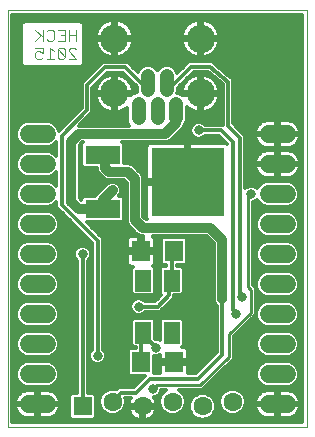
<source format=gbl>
G75*
%MOIN*%
%OFA0B0*%
%FSLAX24Y24*%
%IPPOS*%
%LPD*%
%AMOC8*
5,1,8,0,0,1.08239X$1,22.5*
%
%ADD10C,0.0000*%
%ADD11C,0.0030*%
%ADD12C,0.0476*%
%ADD13C,0.0945*%
%ADD14R,0.0630X0.0709*%
%ADD15R,0.0551X0.0748*%
%ADD16R,0.1181X0.0630*%
%ADD17R,0.2441X0.2283*%
%ADD18R,0.0630X0.0630*%
%ADD19C,0.0630*%
%ADD20C,0.0600*%
%ADD21C,0.0120*%
%ADD22C,0.0320*%
%ADD23C,0.0317*%
%ADD24C,0.0100*%
D10*
X000660Y000660D02*
X000660Y014530D01*
X010652Y014530D01*
X010652Y000660D01*
X000660Y000660D01*
D11*
X001655Y012925D02*
X001778Y012925D01*
X001840Y012987D01*
X001840Y013110D02*
X001717Y013172D01*
X001655Y013172D01*
X001593Y013110D01*
X001593Y012987D01*
X001655Y012925D01*
X001840Y013110D02*
X001840Y013295D01*
X001593Y013295D01*
X001593Y013525D02*
X001778Y013710D01*
X001840Y013648D02*
X001593Y013895D01*
X001840Y013895D02*
X001840Y013525D01*
X001961Y013587D02*
X002023Y013525D01*
X002147Y013525D01*
X002208Y013587D01*
X002208Y013834D01*
X002147Y013895D01*
X002023Y013895D01*
X001961Y013834D01*
X002330Y013895D02*
X002577Y013895D01*
X002577Y013525D01*
X002330Y013525D01*
X002453Y013710D02*
X002577Y013710D01*
X002698Y013710D02*
X002945Y013710D01*
X002945Y013525D02*
X002945Y013895D01*
X002698Y013895D02*
X002698Y013525D01*
X002760Y013295D02*
X002698Y013234D01*
X002698Y013172D01*
X002945Y012925D01*
X002698Y012925D01*
X002577Y012987D02*
X002330Y013234D01*
X002330Y012987D01*
X002392Y012925D01*
X002515Y012925D01*
X002577Y012987D01*
X002577Y013234D01*
X002515Y013295D01*
X002392Y013295D01*
X002330Y013234D01*
X002208Y013172D02*
X002085Y013295D01*
X002085Y012925D01*
X002208Y012925D02*
X001961Y012925D01*
X002760Y013295D02*
X002883Y013295D01*
X002945Y013234D01*
D12*
X005030Y011410D02*
X005030Y010934D01*
X005660Y010934D02*
X005660Y011410D01*
X005345Y011882D02*
X005345Y012358D01*
X005975Y012358D02*
X005975Y011882D01*
X006290Y011410D02*
X006290Y010934D01*
D13*
X007097Y011764D03*
X007097Y013595D03*
X004223Y013595D03*
X004223Y011764D03*
D14*
X005109Y006510D03*
X006211Y006510D03*
X006211Y002810D03*
X005109Y002810D03*
D15*
X005188Y003794D03*
X006132Y003794D03*
X006132Y005526D03*
X005188Y005526D03*
D16*
X003835Y007910D03*
X003835Y009710D03*
D17*
X006662Y008810D03*
D18*
X003160Y001330D03*
D19*
X004160Y001490D03*
X005160Y001330D03*
X006160Y001490D03*
X007160Y001330D03*
X008160Y001490D03*
D20*
X009360Y001410D02*
X009960Y001410D01*
X009960Y002410D02*
X009360Y002410D01*
X009360Y003410D02*
X009960Y003410D01*
X009960Y004410D02*
X009360Y004410D01*
X009360Y005410D02*
X009960Y005410D01*
X009960Y006410D02*
X009360Y006410D01*
X009360Y007410D02*
X009960Y007410D01*
X009960Y008410D02*
X009360Y008410D01*
X009360Y009410D02*
X009960Y009410D01*
X009960Y010410D02*
X009360Y010410D01*
X001960Y010410D02*
X001360Y010410D01*
X001360Y009410D02*
X001960Y009410D01*
X001960Y008410D02*
X001360Y008410D01*
X001360Y007410D02*
X001960Y007410D01*
X001960Y006410D02*
X001360Y006410D01*
X001360Y005410D02*
X001960Y005410D01*
X001960Y004410D02*
X001360Y004410D01*
X001360Y003410D02*
X001960Y003410D01*
X001960Y002410D02*
X001360Y002410D01*
X001360Y001410D02*
X001960Y001410D01*
D21*
X001700Y001371D02*
X002725Y001371D01*
X002725Y001253D02*
X002392Y001253D01*
X002386Y001233D02*
X002409Y001302D01*
X002419Y001370D01*
X001700Y001370D01*
X001700Y001450D01*
X001620Y001450D01*
X001620Y001870D01*
X001324Y001870D01*
X001252Y001859D01*
X001183Y001836D01*
X001119Y001803D01*
X001060Y001761D01*
X001009Y001710D01*
X000967Y001651D01*
X000934Y001587D01*
X000911Y001518D01*
X000901Y001450D01*
X001620Y001450D01*
X001620Y001370D01*
X001700Y001370D01*
X001700Y000950D01*
X001996Y000950D01*
X002068Y000961D01*
X002137Y000984D01*
X002201Y001017D01*
X002260Y001059D01*
X002311Y001110D01*
X002353Y001169D01*
X002386Y001233D01*
X002328Y001134D02*
X002725Y001134D01*
X002725Y001016D02*
X002199Y001016D01*
X002419Y001450D02*
X002409Y001518D01*
X002386Y001587D01*
X002353Y001651D01*
X002311Y001710D01*
X002260Y001761D01*
X002201Y001803D01*
X002137Y001836D01*
X002068Y001859D01*
X001996Y001870D01*
X001700Y001870D01*
X001700Y001450D01*
X002419Y001450D01*
X002413Y001490D02*
X002725Y001490D01*
X002725Y001608D02*
X002375Y001608D01*
X002294Y001727D02*
X002757Y001727D01*
X002725Y001695D02*
X002725Y000965D01*
X002795Y000895D01*
X003525Y000895D01*
X003595Y000965D01*
X003595Y001695D01*
X003525Y001765D01*
X003340Y001765D01*
X003340Y006196D01*
X003396Y006252D01*
X003438Y006355D01*
X003438Y006465D01*
X003396Y006568D01*
X003318Y006646D01*
X003215Y006688D01*
X003105Y006688D01*
X003002Y006646D01*
X002924Y006568D01*
X002882Y006465D01*
X002882Y006355D01*
X002924Y006252D01*
X002980Y006196D01*
X002980Y001765D01*
X002795Y001765D01*
X002725Y001695D01*
X002980Y001845D02*
X002110Y001845D01*
X002044Y001990D02*
X002198Y002054D01*
X002316Y002172D01*
X002380Y002326D01*
X002380Y002494D01*
X002316Y002648D01*
X002198Y002766D01*
X002044Y002830D01*
X001276Y002830D01*
X001122Y002766D01*
X001004Y002648D01*
X000940Y002494D01*
X000940Y002326D01*
X001004Y002172D01*
X001122Y002054D01*
X001276Y001990D01*
X002044Y001990D01*
X002226Y002082D02*
X002980Y002082D01*
X002980Y001964D02*
X000820Y001964D01*
X000820Y002082D02*
X001094Y002082D01*
X000992Y002201D02*
X000820Y002201D01*
X000820Y002319D02*
X000943Y002319D01*
X000940Y002438D02*
X000820Y002438D01*
X000820Y002556D02*
X000966Y002556D01*
X001031Y002675D02*
X000820Y002675D01*
X000820Y002793D02*
X001187Y002793D01*
X001276Y002990D02*
X001122Y003054D01*
X001004Y003172D01*
X000940Y003326D01*
X000940Y003494D01*
X001004Y003648D01*
X001122Y003766D01*
X001276Y003830D01*
X002044Y003830D01*
X002198Y003766D01*
X002316Y003648D01*
X002380Y003494D01*
X002380Y003326D01*
X002316Y003172D01*
X002198Y003054D01*
X002044Y002990D01*
X001276Y002990D01*
X001180Y003030D02*
X000820Y003030D01*
X000820Y002912D02*
X002980Y002912D01*
X002980Y003030D02*
X002140Y003030D01*
X002133Y002793D02*
X002980Y002793D01*
X002980Y002675D02*
X002289Y002675D01*
X002354Y002556D02*
X002980Y002556D01*
X002980Y002438D02*
X002380Y002438D01*
X002377Y002319D02*
X002980Y002319D01*
X002980Y002201D02*
X002328Y002201D01*
X001700Y001845D02*
X001620Y001845D01*
X001620Y001727D02*
X001700Y001727D01*
X001700Y001608D02*
X001620Y001608D01*
X001620Y001490D02*
X001700Y001490D01*
X001620Y001371D02*
X000820Y001371D01*
X000901Y001370D02*
X000911Y001302D01*
X000934Y001233D01*
X000967Y001169D01*
X001009Y001110D01*
X001060Y001059D01*
X001119Y001017D01*
X001183Y000984D01*
X001252Y000961D01*
X001324Y000950D01*
X001620Y000950D01*
X001620Y001370D01*
X000901Y001370D01*
X000907Y001490D02*
X000820Y001490D01*
X000820Y001608D02*
X000945Y001608D01*
X001026Y001727D02*
X000820Y001727D01*
X000820Y001845D02*
X001210Y001845D01*
X000928Y001253D02*
X000820Y001253D01*
X000820Y001134D02*
X000992Y001134D01*
X001121Y001016D02*
X000820Y001016D01*
X000820Y000897D02*
X002793Y000897D01*
X003160Y001330D02*
X003160Y006410D01*
X002947Y006230D02*
X002340Y006230D01*
X002316Y006172D02*
X002380Y006326D01*
X002380Y006494D01*
X002316Y006648D01*
X002198Y006766D01*
X002044Y006830D01*
X001276Y006830D01*
X001122Y006766D01*
X001004Y006648D01*
X000940Y006494D01*
X000940Y006326D01*
X001004Y006172D01*
X001122Y006054D01*
X001276Y005990D01*
X002044Y005990D01*
X002198Y006054D01*
X002316Y006172D01*
X002255Y006111D02*
X002980Y006111D01*
X002980Y005993D02*
X002050Y005993D01*
X002044Y005830D02*
X002198Y005766D01*
X002316Y005648D01*
X002380Y005494D01*
X002380Y005326D01*
X002316Y005172D01*
X002198Y005054D01*
X002044Y004990D01*
X001276Y004990D01*
X001122Y005054D01*
X001004Y005172D01*
X000940Y005326D01*
X000940Y005494D01*
X001004Y005648D01*
X001122Y005766D01*
X001276Y005830D01*
X002044Y005830D01*
X002208Y005756D02*
X002980Y005756D01*
X002980Y005874D02*
X000820Y005874D01*
X000820Y005756D02*
X001112Y005756D01*
X000999Y005637D02*
X000820Y005637D01*
X000820Y005519D02*
X000950Y005519D01*
X000940Y005400D02*
X000820Y005400D01*
X000820Y005282D02*
X000959Y005282D01*
X001013Y005163D02*
X000820Y005163D01*
X000820Y005045D02*
X001145Y005045D01*
X001222Y004808D02*
X000820Y004808D01*
X000820Y004926D02*
X002980Y004926D01*
X002980Y004808D02*
X002098Y004808D01*
X002044Y004830D02*
X002198Y004766D01*
X002316Y004648D01*
X002380Y004494D01*
X002380Y004326D01*
X002316Y004172D01*
X002198Y004054D01*
X002044Y003990D01*
X001276Y003990D01*
X001122Y004054D01*
X001004Y004172D01*
X000940Y004326D01*
X000940Y004494D01*
X001004Y004648D01*
X001122Y004766D01*
X001276Y004830D01*
X002044Y004830D01*
X002175Y005045D02*
X002980Y005045D01*
X002980Y005163D02*
X002307Y005163D01*
X002361Y005282D02*
X002980Y005282D01*
X002980Y005400D02*
X002380Y005400D01*
X002370Y005519D02*
X002980Y005519D01*
X002980Y005637D02*
X002321Y005637D01*
X002380Y006348D02*
X002884Y006348D01*
X002882Y006467D02*
X002380Y006467D01*
X002342Y006585D02*
X002941Y006585D01*
X003379Y006585D02*
X003480Y006585D01*
X003480Y006467D02*
X003438Y006467D01*
X003436Y006348D02*
X003480Y006348D01*
X003480Y006230D02*
X003373Y006230D01*
X003340Y006111D02*
X003480Y006111D01*
X003480Y005993D02*
X003340Y005993D01*
X003340Y005874D02*
X003480Y005874D01*
X003480Y005756D02*
X003340Y005756D01*
X003340Y005637D02*
X003480Y005637D01*
X003480Y005519D02*
X003340Y005519D01*
X003340Y005400D02*
X003480Y005400D01*
X003480Y005282D02*
X003340Y005282D01*
X003340Y005163D02*
X003480Y005163D01*
X003480Y005045D02*
X003340Y005045D01*
X003340Y004926D02*
X003480Y004926D01*
X003480Y004808D02*
X003340Y004808D01*
X003340Y004689D02*
X003480Y004689D01*
X003480Y004571D02*
X003340Y004571D01*
X003340Y004452D02*
X003480Y004452D01*
X003480Y004334D02*
X003340Y004334D01*
X003340Y004215D02*
X003480Y004215D01*
X003480Y004097D02*
X003340Y004097D01*
X003340Y003978D02*
X003480Y003978D01*
X003480Y003860D02*
X003340Y003860D01*
X003340Y003741D02*
X003480Y003741D01*
X003480Y003623D02*
X003340Y003623D01*
X003340Y003504D02*
X003480Y003504D01*
X003480Y003386D02*
X003340Y003386D01*
X003340Y003267D02*
X003480Y003267D01*
X003480Y003224D02*
X003424Y003168D01*
X003382Y003065D01*
X003382Y002955D01*
X003424Y002852D01*
X003502Y002774D01*
X003605Y002732D01*
X003715Y002732D01*
X003818Y002774D01*
X003896Y002852D01*
X003938Y002955D01*
X003938Y003065D01*
X003896Y003168D01*
X003840Y003224D01*
X003840Y006935D01*
X003299Y007475D01*
X004475Y007475D01*
X004546Y007546D01*
X004546Y008275D01*
X004475Y008345D01*
X004366Y008345D01*
X004397Y008376D01*
X004440Y008479D01*
X004440Y008591D01*
X004397Y008694D01*
X004319Y008772D01*
X004216Y008815D01*
X004104Y008815D01*
X004001Y008772D01*
X003598Y008369D01*
X003588Y008345D01*
X003195Y008345D01*
X003124Y008275D01*
X003124Y008217D01*
X003065Y008276D01*
X003065Y010044D01*
X003151Y010130D01*
X003180Y010130D01*
X003124Y010074D01*
X003124Y009345D01*
X003195Y009275D01*
X003630Y009275D01*
X003630Y009229D01*
X003673Y009126D01*
X003798Y009001D01*
X003876Y008923D01*
X003979Y008880D01*
X004544Y008880D01*
X004630Y008794D01*
X004630Y007479D01*
X004673Y007376D01*
X004923Y007126D01*
X005001Y007048D01*
X005104Y007005D01*
X005169Y007005D01*
X005169Y006570D01*
X005584Y006570D01*
X005584Y006885D01*
X005573Y006926D01*
X005552Y006963D01*
X005522Y006992D01*
X005500Y007005D01*
X007294Y007005D01*
X007530Y006769D01*
X007530Y004854D01*
X007573Y004751D01*
X007630Y004694D01*
X007630Y003135D01*
X006935Y002440D01*
X006686Y002440D01*
X006686Y002750D01*
X006271Y002750D01*
X006271Y002870D01*
X006686Y002870D01*
X006686Y003185D01*
X006675Y003226D01*
X006654Y003263D01*
X006624Y003292D01*
X006588Y003313D01*
X006547Y003324D01*
X006482Y003324D01*
X006528Y003370D01*
X006528Y004218D01*
X006458Y004288D01*
X005807Y004288D01*
X005737Y004218D01*
X005737Y003534D01*
X005665Y003563D01*
X005603Y003563D01*
X005583Y003585D01*
X005583Y004218D01*
X005513Y004288D01*
X004862Y004288D01*
X004792Y004218D01*
X004792Y003370D01*
X004862Y003300D01*
X004929Y003300D01*
X004929Y003284D01*
X004744Y003284D01*
X004674Y003214D01*
X004674Y002406D01*
X004744Y002336D01*
X005231Y002336D01*
X005230Y002335D01*
X004860Y001965D01*
X004380Y001965D01*
X004313Y001897D01*
X004247Y001925D01*
X004073Y001925D01*
X003914Y001859D01*
X003791Y001736D01*
X003725Y001577D01*
X003725Y001403D01*
X003791Y001244D01*
X003914Y001121D01*
X004073Y001055D01*
X004247Y001055D01*
X004406Y001121D01*
X004529Y001244D01*
X004595Y001403D01*
X004595Y001577D01*
X004583Y001605D01*
X004773Y001605D01*
X004754Y001579D01*
X004720Y001512D01*
X004697Y001441D01*
X004686Y001375D01*
X005115Y001375D01*
X005115Y001285D01*
X005205Y001285D01*
X005205Y001375D01*
X005634Y001375D01*
X005623Y001441D01*
X005600Y001512D01*
X005566Y001579D01*
X005528Y001632D01*
X005565Y001632D01*
X005668Y001674D01*
X005746Y001752D01*
X005788Y001855D01*
X005788Y001865D01*
X005929Y001865D01*
X005914Y001859D01*
X005791Y001736D01*
X005725Y001577D01*
X005725Y001403D01*
X005791Y001244D01*
X005914Y001121D01*
X006073Y001055D01*
X006247Y001055D01*
X006406Y001121D01*
X006529Y001244D01*
X006595Y001403D01*
X006595Y001577D01*
X006529Y001736D01*
X006406Y001859D01*
X006391Y001865D01*
X007155Y001865D01*
X007255Y001965D01*
X008105Y002815D01*
X008205Y002915D01*
X008205Y003665D01*
X008930Y004390D01*
X008930Y005280D01*
X008830Y005380D01*
X008830Y008132D01*
X008840Y008132D01*
X008943Y008174D01*
X008985Y008217D01*
X009004Y008172D01*
X009122Y008054D01*
X009276Y007990D01*
X010044Y007990D01*
X010198Y008054D01*
X010316Y008172D01*
X010380Y008326D01*
X010380Y008494D01*
X010316Y008648D01*
X010198Y008766D01*
X010044Y008830D01*
X009276Y008830D01*
X009122Y008766D01*
X009004Y008648D01*
X008985Y008603D01*
X008943Y008646D01*
X008840Y008688D01*
X008730Y008688D01*
X008627Y008646D01*
X008590Y008609D01*
X008590Y010360D01*
X008187Y010763D01*
X008187Y012082D01*
X008192Y012088D01*
X008187Y012155D01*
X008187Y012223D01*
X008181Y012228D01*
X008181Y012236D01*
X008129Y012280D01*
X008082Y012328D01*
X008074Y012328D01*
X007532Y012792D01*
X007485Y012840D01*
X007477Y012840D01*
X007471Y012845D01*
X007403Y012840D01*
X006710Y012840D01*
X006323Y012453D01*
X006278Y012561D01*
X006178Y012661D01*
X006046Y012716D01*
X005904Y012716D01*
X005772Y012661D01*
X005672Y012561D01*
X005660Y012533D01*
X005648Y012561D01*
X005548Y012661D01*
X005416Y012716D01*
X005274Y012716D01*
X005142Y012661D01*
X005042Y012561D01*
X005004Y012470D01*
X004660Y012815D01*
X003835Y012815D01*
X003130Y012110D01*
X003130Y011285D01*
X002368Y010523D01*
X002316Y010648D01*
X002198Y010766D01*
X002044Y010830D01*
X001276Y010830D01*
X001122Y010766D01*
X001004Y010648D01*
X000940Y010494D01*
X000940Y010326D01*
X001004Y010172D01*
X001122Y010054D01*
X001276Y009990D01*
X002044Y009990D01*
X002198Y010054D01*
X002280Y010136D01*
X002280Y009684D01*
X002198Y009766D01*
X002044Y009830D01*
X001276Y009830D01*
X001122Y009766D01*
X001004Y009648D01*
X000940Y009494D01*
X000940Y009326D01*
X001004Y009172D01*
X001122Y009054D01*
X001276Y008990D01*
X002044Y008990D01*
X002198Y009054D01*
X002280Y009136D01*
X002280Y008684D01*
X002198Y008766D01*
X002044Y008830D01*
X001276Y008830D01*
X001122Y008766D01*
X001004Y008648D01*
X000940Y008494D01*
X000940Y008326D01*
X001004Y008172D01*
X001122Y008054D01*
X001276Y007990D01*
X002044Y007990D01*
X002198Y008054D01*
X002280Y008136D01*
X002280Y007985D01*
X002385Y007880D01*
X003480Y006785D01*
X003480Y003224D01*
X003416Y003149D02*
X003340Y003149D01*
X003340Y003030D02*
X003382Y003030D01*
X003399Y002912D02*
X003340Y002912D01*
X003340Y002793D02*
X003483Y002793D01*
X003340Y002675D02*
X004674Y002675D01*
X004674Y002793D02*
X003837Y002793D01*
X003921Y002912D02*
X004674Y002912D01*
X004674Y003030D02*
X003938Y003030D01*
X003904Y003149D02*
X004674Y003149D01*
X004727Y003267D02*
X003840Y003267D01*
X003840Y003386D02*
X004792Y003386D01*
X004792Y003504D02*
X003840Y003504D01*
X003840Y003623D02*
X004792Y003623D01*
X004792Y003741D02*
X003840Y003741D01*
X003840Y003860D02*
X004792Y003860D01*
X004792Y003978D02*
X003840Y003978D01*
X003840Y004097D02*
X004792Y004097D01*
X004792Y004215D02*
X003840Y004215D01*
X003840Y004334D02*
X007630Y004334D01*
X007630Y004452D02*
X005221Y004452D01*
X005249Y004480D02*
X005735Y004480D01*
X006110Y004855D01*
X006215Y004960D01*
X006215Y005032D01*
X006458Y005032D01*
X006528Y005102D01*
X006528Y005950D01*
X006458Y006020D01*
X006312Y006020D01*
X006312Y006036D01*
X006576Y006036D01*
X006646Y006106D01*
X006646Y006914D01*
X006576Y006984D01*
X005847Y006984D01*
X005776Y006914D01*
X005776Y006106D01*
X005847Y006036D01*
X005952Y006036D01*
X005952Y006020D01*
X005807Y006020D01*
X005737Y005950D01*
X005737Y005102D01*
X005792Y005047D01*
X005585Y004840D01*
X005249Y004840D01*
X005193Y004896D01*
X005090Y004938D01*
X004980Y004938D01*
X004877Y004896D01*
X004799Y004818D01*
X004757Y004715D01*
X004757Y004605D01*
X004799Y004502D01*
X004877Y004424D01*
X004980Y004382D01*
X005090Y004382D01*
X005193Y004424D01*
X005249Y004480D01*
X005035Y004660D02*
X005660Y004660D01*
X006035Y005035D01*
X006035Y005429D01*
X006132Y005526D01*
X006132Y006581D01*
X006211Y006510D01*
X005776Y006467D02*
X005169Y006467D01*
X005169Y006450D02*
X005169Y006570D01*
X005049Y006570D01*
X005049Y007024D01*
X004773Y007024D01*
X004732Y007013D01*
X004696Y006992D01*
X004666Y006963D01*
X004645Y006926D01*
X004634Y006885D01*
X004634Y006570D01*
X005049Y006570D01*
X005049Y006450D01*
X004634Y006450D01*
X004634Y006135D01*
X004645Y006094D01*
X004666Y006057D01*
X004696Y006028D01*
X004732Y006007D01*
X004773Y005996D01*
X004838Y005996D01*
X004792Y005950D01*
X004792Y005102D01*
X004862Y005032D01*
X005513Y005032D01*
X005583Y005102D01*
X005583Y005950D01*
X005513Y006020D01*
X005509Y006020D01*
X005522Y006028D01*
X005552Y006057D01*
X005573Y006094D01*
X005584Y006135D01*
X005584Y006450D01*
X005169Y006450D01*
X005049Y006467D02*
X003840Y006467D01*
X003840Y006585D02*
X004634Y006585D01*
X004634Y006704D02*
X003840Y006704D01*
X003840Y006822D02*
X004634Y006822D01*
X004653Y006941D02*
X003834Y006941D01*
X003716Y007059D02*
X004990Y007059D01*
X005049Y006941D02*
X005169Y006941D01*
X005169Y006822D02*
X005049Y006822D01*
X005049Y006704D02*
X005169Y006704D01*
X005169Y006585D02*
X005049Y006585D01*
X004835Y005993D02*
X003840Y005993D01*
X003840Y006111D02*
X004640Y006111D01*
X004634Y006230D02*
X003840Y006230D01*
X003840Y006348D02*
X004634Y006348D01*
X004792Y005874D02*
X003840Y005874D01*
X003840Y005756D02*
X004792Y005756D01*
X004792Y005637D02*
X003840Y005637D01*
X003840Y005519D02*
X004792Y005519D01*
X004792Y005400D02*
X003840Y005400D01*
X003840Y005282D02*
X004792Y005282D01*
X004792Y005163D02*
X003840Y005163D01*
X003840Y005045D02*
X004850Y005045D01*
X004950Y004926D02*
X003840Y004926D01*
X003840Y004808D02*
X004795Y004808D01*
X004757Y004689D02*
X003840Y004689D01*
X003840Y004571D02*
X004771Y004571D01*
X004849Y004452D02*
X003840Y004452D01*
X002980Y004452D02*
X002380Y004452D01*
X002380Y004334D02*
X002980Y004334D01*
X002980Y004215D02*
X002334Y004215D01*
X002240Y004097D02*
X002980Y004097D01*
X002980Y003978D02*
X000820Y003978D01*
X000820Y003860D02*
X002980Y003860D01*
X002980Y003741D02*
X002223Y003741D01*
X002327Y003623D02*
X002980Y003623D01*
X002980Y003504D02*
X002376Y003504D01*
X002380Y003386D02*
X002980Y003386D01*
X002980Y003267D02*
X002355Y003267D01*
X002292Y003149D02*
X002980Y003149D01*
X003340Y002556D02*
X004674Y002556D01*
X004674Y002438D02*
X003340Y002438D01*
X003340Y002319D02*
X005214Y002319D01*
X005096Y002201D02*
X003340Y002201D01*
X003340Y002082D02*
X004977Y002082D01*
X004935Y001785D02*
X005410Y002260D01*
X007010Y002260D01*
X007810Y003060D01*
X007810Y004910D01*
X007549Y004808D02*
X006062Y004808D01*
X006181Y004926D02*
X007530Y004926D01*
X007530Y005045D02*
X006470Y005045D01*
X006528Y005163D02*
X007530Y005163D01*
X007530Y005282D02*
X006528Y005282D01*
X006528Y005400D02*
X007530Y005400D01*
X007530Y005519D02*
X006528Y005519D01*
X006528Y005637D02*
X007530Y005637D01*
X007530Y005756D02*
X006528Y005756D01*
X006528Y005874D02*
X007530Y005874D01*
X007530Y005993D02*
X006485Y005993D01*
X006646Y006111D02*
X007530Y006111D01*
X007530Y006230D02*
X006646Y006230D01*
X006646Y006348D02*
X007530Y006348D01*
X007530Y006467D02*
X006646Y006467D01*
X006646Y006585D02*
X007530Y006585D01*
X007530Y006704D02*
X006646Y006704D01*
X006646Y006822D02*
X007477Y006822D01*
X007359Y006941D02*
X006620Y006941D01*
X005803Y006941D02*
X005565Y006941D01*
X005584Y006822D02*
X005776Y006822D01*
X005776Y006704D02*
X005584Y006704D01*
X005584Y006585D02*
X005776Y006585D01*
X005776Y006348D02*
X005584Y006348D01*
X005584Y006230D02*
X005776Y006230D01*
X005776Y006111D02*
X005577Y006111D01*
X005540Y005993D02*
X005779Y005993D01*
X005737Y005874D02*
X005583Y005874D01*
X005583Y005756D02*
X005737Y005756D01*
X005737Y005637D02*
X005583Y005637D01*
X005583Y005519D02*
X005737Y005519D01*
X005737Y005400D02*
X005583Y005400D01*
X005583Y005282D02*
X005737Y005282D01*
X005737Y005163D02*
X005583Y005163D01*
X005525Y005045D02*
X005790Y005045D01*
X005671Y004926D02*
X005120Y004926D01*
X005583Y004215D02*
X005737Y004215D01*
X005737Y004097D02*
X005583Y004097D01*
X005583Y003978D02*
X005737Y003978D01*
X005737Y003860D02*
X005583Y003860D01*
X005583Y003741D02*
X005737Y003741D01*
X005737Y003623D02*
X005583Y003623D01*
X005610Y003285D02*
X005188Y003757D01*
X005188Y003794D01*
X005109Y003715D01*
X005109Y002810D01*
X005544Y002793D02*
X006151Y002793D01*
X006151Y002750D02*
X006151Y002870D01*
X005736Y002870D01*
X005736Y003036D01*
X005665Y003007D01*
X005555Y003007D01*
X005544Y003011D01*
X005544Y002440D01*
X005736Y002440D01*
X005736Y002750D01*
X006151Y002750D01*
X006271Y002793D02*
X007288Y002793D01*
X007170Y002675D02*
X006686Y002675D01*
X006686Y002556D02*
X007051Y002556D01*
X007407Y002912D02*
X006686Y002912D01*
X006686Y003030D02*
X007525Y003030D01*
X007630Y003149D02*
X006686Y003149D01*
X006650Y003267D02*
X007630Y003267D01*
X007630Y003386D02*
X006528Y003386D01*
X006528Y003504D02*
X007630Y003504D01*
X007630Y003623D02*
X006528Y003623D01*
X006528Y003741D02*
X007630Y003741D01*
X007630Y003860D02*
X006528Y003860D01*
X006528Y003978D02*
X007630Y003978D01*
X007630Y004097D02*
X006528Y004097D01*
X006528Y004215D02*
X007630Y004215D01*
X007630Y004571D02*
X005825Y004571D01*
X005944Y004689D02*
X007630Y004689D01*
X008160Y004535D02*
X008160Y010160D01*
X007785Y010535D01*
X007035Y010535D01*
X007249Y010355D02*
X007193Y010299D01*
X007090Y010257D01*
X006980Y010257D01*
X006877Y010299D01*
X006799Y010377D01*
X006273Y010377D01*
X006154Y010259D02*
X006975Y010259D01*
X007095Y010259D02*
X007807Y010259D01*
X007710Y010355D02*
X007980Y010085D01*
X007980Y010080D01*
X007944Y010101D01*
X007903Y010112D01*
X006722Y010112D01*
X006722Y008870D01*
X006602Y008870D01*
X006602Y010112D01*
X005420Y010112D01*
X005380Y010101D01*
X005343Y010080D01*
X005313Y010050D01*
X005292Y010013D01*
X005281Y009973D01*
X005281Y008870D01*
X006602Y008870D01*
X006602Y008750D01*
X005281Y008750D01*
X005281Y007647D01*
X005292Y007607D01*
X005313Y007570D01*
X005318Y007565D01*
X005276Y007565D01*
X005190Y007651D01*
X005190Y008966D01*
X005147Y009069D01*
X005069Y009147D01*
X004819Y009397D01*
X004716Y009440D01*
X004546Y009440D01*
X004546Y010074D01*
X004490Y010130D01*
X005966Y010130D01*
X006069Y010173D01*
X006147Y010251D01*
X006527Y010631D01*
X006552Y010690D01*
X006593Y010732D01*
X006648Y010863D01*
X006648Y011319D01*
X006685Y011282D01*
X006766Y011223D01*
X006854Y011178D01*
X006949Y011147D01*
X007037Y011134D01*
X007037Y011704D01*
X007157Y011704D01*
X007157Y011134D01*
X007245Y011147D01*
X007340Y011178D01*
X007428Y011223D01*
X007509Y011282D01*
X007579Y011352D01*
X007638Y011433D01*
X007683Y011522D01*
X007714Y011616D01*
X007728Y011704D01*
X007157Y011704D01*
X007157Y011824D01*
X007728Y011824D01*
X007714Y011912D01*
X007683Y012007D01*
X007638Y012096D01*
X007579Y012176D01*
X007509Y012247D01*
X007428Y012305D01*
X007340Y012350D01*
X007245Y012381D01*
X007157Y012395D01*
X007157Y011824D01*
X007037Y011824D01*
X007037Y011704D01*
X006502Y011704D01*
X006493Y011713D01*
X006361Y011768D01*
X006315Y011768D01*
X006333Y011811D01*
X006333Y011953D01*
X006860Y012480D01*
X007343Y012480D01*
X007827Y012065D01*
X007827Y010715D01*
X007249Y010715D01*
X007193Y010771D01*
X007090Y010813D01*
X006980Y010813D01*
X006877Y010771D01*
X006799Y010693D01*
X006757Y010590D01*
X006757Y010480D01*
X006799Y010377D01*
X006757Y010496D02*
X006391Y010496D01*
X006510Y010614D02*
X006766Y010614D01*
X006839Y010733D02*
X006594Y010733D01*
X006643Y010851D02*
X007827Y010851D01*
X007827Y010733D02*
X007231Y010733D01*
X007249Y010355D02*
X007710Y010355D01*
X007925Y010140D02*
X005990Y010140D01*
X006602Y010022D02*
X006722Y010022D01*
X006722Y009903D02*
X006602Y009903D01*
X006602Y009785D02*
X006722Y009785D01*
X006722Y009666D02*
X006602Y009666D01*
X006602Y009548D02*
X006722Y009548D01*
X006722Y009429D02*
X006602Y009429D01*
X006602Y009311D02*
X006722Y009311D01*
X006722Y009192D02*
X006602Y009192D01*
X006602Y009074D02*
X006722Y009074D01*
X006722Y008955D02*
X006602Y008955D01*
X006602Y008837D02*
X005190Y008837D01*
X005190Y008955D02*
X005281Y008955D01*
X005281Y009074D02*
X005142Y009074D01*
X005024Y009192D02*
X005281Y009192D01*
X005281Y009311D02*
X004905Y009311D01*
X004742Y009429D02*
X005281Y009429D01*
X005281Y009548D02*
X004546Y009548D01*
X004546Y009666D02*
X005281Y009666D01*
X005281Y009785D02*
X004546Y009785D01*
X004546Y009903D02*
X005281Y009903D01*
X005297Y010022D02*
X004546Y010022D01*
X004715Y010690D02*
X003045Y010690D01*
X003385Y011030D01*
X003490Y011135D01*
X003490Y011960D01*
X003985Y012455D01*
X004510Y012455D01*
X004987Y011978D01*
X004987Y011811D01*
X004989Y011807D01*
X004914Y011793D01*
X004842Y011763D01*
X004776Y011719D01*
X004762Y011704D01*
X004283Y011704D01*
X004283Y011134D01*
X004371Y011147D01*
X004466Y011178D01*
X004554Y011223D01*
X004632Y011280D01*
X004632Y010895D01*
X004648Y010818D01*
X004678Y010746D01*
X004715Y010690D01*
X004687Y010733D02*
X003087Y010733D01*
X003206Y010851D02*
X004641Y010851D01*
X004632Y010970D02*
X003324Y010970D01*
X003443Y011088D02*
X004632Y011088D01*
X004632Y011207D02*
X004521Y011207D01*
X004283Y011207D02*
X004163Y011207D01*
X004163Y011134D02*
X004075Y011147D01*
X003980Y011178D01*
X003892Y011223D01*
X003811Y011282D01*
X003741Y011352D01*
X003682Y011433D01*
X003637Y011522D01*
X003606Y011616D01*
X003592Y011704D01*
X004163Y011704D01*
X004283Y011704D01*
X004283Y011824D01*
X004854Y011824D01*
X004840Y011912D01*
X004809Y012007D01*
X004764Y012096D01*
X004705Y012176D01*
X004635Y012247D01*
X004554Y012305D01*
X004466Y012350D01*
X004371Y012381D01*
X004283Y012395D01*
X004283Y011824D01*
X004163Y011824D01*
X004163Y011704D01*
X004163Y011134D01*
X004163Y011325D02*
X004283Y011325D01*
X004283Y011444D02*
X004163Y011444D01*
X004163Y011562D02*
X004283Y011562D01*
X004283Y011681D02*
X004163Y011681D01*
X004163Y011799D02*
X003490Y011799D01*
X003592Y011824D02*
X004163Y011824D01*
X004163Y012395D01*
X004075Y012381D01*
X003980Y012350D01*
X003892Y012305D01*
X003811Y012247D01*
X003741Y012176D01*
X003682Y012096D01*
X003637Y012007D01*
X003606Y011912D01*
X003592Y011824D01*
X003608Y011918D02*
X003490Y011918D01*
X003566Y012036D02*
X003652Y012036D01*
X003684Y012155D02*
X003725Y012155D01*
X003803Y012273D02*
X003847Y012273D01*
X003921Y012392D02*
X004140Y012392D01*
X004163Y012392D02*
X004283Y012392D01*
X004306Y012392D02*
X004574Y012392D01*
X004599Y012273D02*
X004692Y012273D01*
X004721Y012155D02*
X004811Y012155D01*
X004794Y012036D02*
X004929Y012036D01*
X004987Y011918D02*
X004838Y011918D01*
X004947Y011799D02*
X004283Y011799D01*
X004283Y011918D02*
X004163Y011918D01*
X004163Y012036D02*
X004283Y012036D01*
X004283Y012155D02*
X004163Y012155D01*
X004163Y012273D02*
X004283Y012273D01*
X004585Y012635D02*
X003910Y012635D01*
X003310Y012035D01*
X003310Y011210D01*
X002460Y010360D01*
X002460Y008060D01*
X003660Y006860D01*
X003660Y003010D01*
X003340Y001964D02*
X004379Y001964D01*
X004455Y001785D02*
X004935Y001785D01*
X004712Y001490D02*
X004595Y001490D01*
X004582Y001371D02*
X005115Y001371D01*
X005115Y001285D02*
X004686Y001285D01*
X004697Y001219D01*
X004720Y001148D01*
X004754Y001081D01*
X004798Y001021D01*
X004851Y000968D01*
X004911Y000924D01*
X004978Y000890D01*
X005049Y000867D01*
X005115Y000856D01*
X005115Y001285D01*
X005115Y001253D02*
X005205Y001253D01*
X005205Y001285D02*
X005205Y000856D01*
X005271Y000867D01*
X005342Y000890D01*
X005409Y000924D01*
X005469Y000968D01*
X005522Y001021D01*
X005566Y001081D01*
X005600Y001148D01*
X005623Y001219D01*
X005634Y001285D01*
X005205Y001285D01*
X005205Y001371D02*
X005738Y001371D01*
X005725Y001490D02*
X005608Y001490D01*
X005545Y001608D02*
X005738Y001608D01*
X005720Y001727D02*
X005787Y001727D01*
X005784Y001845D02*
X005900Y001845D01*
X006420Y001845D02*
X007900Y001845D01*
X007914Y001859D02*
X007791Y001736D01*
X007725Y001577D01*
X007725Y001403D01*
X007791Y001244D01*
X007914Y001121D01*
X008073Y001055D01*
X008247Y001055D01*
X008406Y001121D01*
X008529Y001244D01*
X008595Y001403D01*
X008595Y001577D01*
X008529Y001736D01*
X008406Y001859D01*
X008247Y001925D01*
X008073Y001925D01*
X007914Y001859D01*
X007787Y001727D02*
X007339Y001727D01*
X007406Y001699D02*
X007247Y001765D01*
X007073Y001765D01*
X006914Y001699D01*
X006791Y001576D01*
X006725Y001417D01*
X006725Y001243D01*
X006791Y001084D01*
X006914Y000961D01*
X007073Y000895D01*
X007247Y000895D01*
X007406Y000961D01*
X007529Y001084D01*
X007595Y001243D01*
X007595Y001417D01*
X007529Y001576D01*
X007406Y001699D01*
X007497Y001608D02*
X007738Y001608D01*
X007725Y001490D02*
X007565Y001490D01*
X007595Y001371D02*
X007738Y001371D01*
X007788Y001253D02*
X007595Y001253D01*
X007550Y001134D02*
X007901Y001134D01*
X007461Y001016D02*
X009121Y001016D01*
X009119Y001017D02*
X009183Y000984D01*
X009252Y000961D01*
X009324Y000950D01*
X009620Y000950D01*
X009620Y001370D01*
X009700Y001370D01*
X009700Y001450D01*
X009620Y001450D01*
X009620Y001870D01*
X009324Y001870D01*
X009252Y001859D01*
X009183Y001836D01*
X009119Y001803D01*
X009060Y001761D01*
X009009Y001710D01*
X008967Y001651D01*
X008934Y001587D01*
X008911Y001518D01*
X008901Y001450D01*
X009620Y001450D01*
X009620Y001370D01*
X008901Y001370D01*
X008911Y001302D01*
X008934Y001233D01*
X008967Y001169D01*
X009009Y001110D01*
X009060Y001059D01*
X009119Y001017D01*
X008992Y001134D02*
X008419Y001134D01*
X008532Y001253D02*
X008928Y001253D01*
X008907Y001490D02*
X008595Y001490D01*
X008582Y001608D02*
X008945Y001608D01*
X009026Y001727D02*
X008533Y001727D01*
X008420Y001845D02*
X009210Y001845D01*
X009276Y001990D02*
X010044Y001990D01*
X010198Y002054D01*
X010316Y002172D01*
X010380Y002326D01*
X010380Y002494D01*
X010316Y002648D01*
X010198Y002766D01*
X010044Y002830D01*
X009276Y002830D01*
X009122Y002766D01*
X009004Y002648D01*
X008940Y002494D01*
X008940Y002326D01*
X009004Y002172D01*
X009122Y002054D01*
X009276Y001990D01*
X009094Y002082D02*
X007372Y002082D01*
X007255Y001965D02*
X007255Y001965D01*
X007254Y001964D02*
X010492Y001964D01*
X010492Y002082D02*
X010226Y002082D01*
X010328Y002201D02*
X010492Y002201D01*
X010492Y002319D02*
X010377Y002319D01*
X010380Y002438D02*
X010492Y002438D01*
X010492Y002556D02*
X010354Y002556D01*
X010289Y002675D02*
X010492Y002675D01*
X010492Y002793D02*
X010133Y002793D01*
X010044Y002990D02*
X010198Y003054D01*
X010316Y003172D01*
X010380Y003326D01*
X010380Y003494D01*
X010316Y003648D01*
X010198Y003766D01*
X010044Y003830D01*
X009276Y003830D01*
X009122Y003766D01*
X009004Y003648D01*
X008940Y003494D01*
X008940Y003326D01*
X009004Y003172D01*
X009122Y003054D01*
X009276Y002990D01*
X010044Y002990D01*
X010140Y003030D02*
X010492Y003030D01*
X010492Y002912D02*
X008202Y002912D01*
X008205Y003030D02*
X009180Y003030D01*
X009187Y002793D02*
X008083Y002793D01*
X007965Y002675D02*
X009031Y002675D01*
X008966Y002556D02*
X007846Y002556D01*
X007728Y002438D02*
X008940Y002438D01*
X008943Y002319D02*
X007609Y002319D01*
X007491Y002201D02*
X008992Y002201D01*
X009620Y001845D02*
X009700Y001845D01*
X009700Y001870D02*
X009700Y001450D01*
X010419Y001450D01*
X010409Y001518D01*
X010386Y001587D01*
X010353Y001651D01*
X010311Y001710D01*
X010260Y001761D01*
X010201Y001803D01*
X010137Y001836D01*
X010068Y001859D01*
X009996Y001870D01*
X009700Y001870D01*
X009700Y001727D02*
X009620Y001727D01*
X009620Y001608D02*
X009700Y001608D01*
X009700Y001490D02*
X009620Y001490D01*
X009620Y001371D02*
X008582Y001371D01*
X009620Y001253D02*
X009700Y001253D01*
X009700Y001370D02*
X009700Y000950D01*
X009996Y000950D01*
X010068Y000961D01*
X010137Y000984D01*
X010201Y001017D01*
X010260Y001059D01*
X010311Y001110D01*
X010353Y001169D01*
X010386Y001233D01*
X010409Y001302D01*
X010419Y001370D01*
X009700Y001370D01*
X009700Y001371D02*
X010492Y001371D01*
X010492Y001253D02*
X010392Y001253D01*
X010328Y001134D02*
X010492Y001134D01*
X010492Y001016D02*
X010199Y001016D01*
X010492Y000897D02*
X007251Y000897D01*
X007069Y000897D02*
X005356Y000897D01*
X005517Y001016D02*
X006859Y001016D01*
X006770Y001134D02*
X006419Y001134D01*
X006532Y001253D02*
X006725Y001253D01*
X006725Y001371D02*
X006582Y001371D01*
X006595Y001490D02*
X006755Y001490D01*
X006823Y001608D02*
X006582Y001608D01*
X006533Y001727D02*
X006981Y001727D01*
X005901Y001134D02*
X005593Y001134D01*
X005629Y001253D02*
X005788Y001253D01*
X005205Y001134D02*
X005115Y001134D01*
X005115Y001016D02*
X005205Y001016D01*
X005205Y000897D02*
X005115Y000897D01*
X004964Y000897D02*
X003527Y000897D01*
X003595Y001016D02*
X004803Y001016D01*
X004727Y001134D02*
X004419Y001134D01*
X004532Y001253D02*
X004691Y001253D01*
X004160Y001490D02*
X004455Y001785D01*
X003900Y001845D02*
X003340Y001845D01*
X003563Y001727D02*
X003787Y001727D01*
X003738Y001608D02*
X003595Y001608D01*
X003595Y001490D02*
X003725Y001490D01*
X003738Y001371D02*
X003595Y001371D01*
X003595Y001253D02*
X003788Y001253D01*
X003901Y001134D02*
X003595Y001134D01*
X001700Y001134D02*
X001620Y001134D01*
X001620Y001016D02*
X001700Y001016D01*
X001700Y001253D02*
X001620Y001253D01*
X000820Y000820D02*
X000820Y014370D01*
X010492Y014370D01*
X010492Y000820D01*
X000820Y000820D01*
X000820Y003149D02*
X001028Y003149D01*
X000965Y003267D02*
X000820Y003267D01*
X000820Y003386D02*
X000940Y003386D01*
X000944Y003504D02*
X000820Y003504D01*
X000820Y003623D02*
X000993Y003623D01*
X001097Y003741D02*
X000820Y003741D01*
X000820Y004097D02*
X001080Y004097D01*
X000986Y004215D02*
X000820Y004215D01*
X000820Y004334D02*
X000940Y004334D01*
X000940Y004452D02*
X000820Y004452D01*
X000820Y004571D02*
X000972Y004571D01*
X001045Y004689D02*
X000820Y004689D01*
X000820Y005993D02*
X001270Y005993D01*
X001065Y006111D02*
X000820Y006111D01*
X000820Y006230D02*
X000980Y006230D01*
X000940Y006348D02*
X000820Y006348D01*
X000820Y006467D02*
X000940Y006467D01*
X000978Y006585D02*
X000820Y006585D01*
X000820Y006704D02*
X001060Y006704D01*
X001257Y006822D02*
X000820Y006822D01*
X000820Y006941D02*
X003325Y006941D01*
X003206Y007059D02*
X002203Y007059D01*
X002198Y007054D02*
X002316Y007172D01*
X002380Y007326D01*
X002380Y007494D01*
X002316Y007648D01*
X002198Y007766D01*
X002044Y007830D01*
X001276Y007830D01*
X001122Y007766D01*
X001004Y007648D01*
X000940Y007494D01*
X000940Y007326D01*
X001004Y007172D01*
X001122Y007054D01*
X001276Y006990D01*
X002044Y006990D01*
X002198Y007054D01*
X002318Y007178D02*
X003088Y007178D01*
X002969Y007296D02*
X002367Y007296D01*
X002380Y007415D02*
X002851Y007415D01*
X002732Y007533D02*
X002364Y007533D01*
X002312Y007652D02*
X002614Y007652D01*
X002495Y007770D02*
X002188Y007770D01*
X002377Y007889D02*
X000820Y007889D01*
X000820Y008007D02*
X001235Y008007D01*
X001051Y008126D02*
X000820Y008126D01*
X000820Y008244D02*
X000974Y008244D01*
X000940Y008363D02*
X000820Y008363D01*
X000820Y008481D02*
X000940Y008481D01*
X000984Y008600D02*
X000820Y008600D01*
X000820Y008718D02*
X001074Y008718D01*
X000820Y008837D02*
X002280Y008837D01*
X002280Y008955D02*
X000820Y008955D01*
X000820Y009074D02*
X001103Y009074D01*
X000996Y009192D02*
X000820Y009192D01*
X000820Y009311D02*
X000947Y009311D01*
X000940Y009429D02*
X000820Y009429D01*
X000820Y009548D02*
X000962Y009548D01*
X001022Y009666D02*
X000820Y009666D01*
X000820Y009785D02*
X001167Y009785D01*
X001200Y010022D02*
X000820Y010022D01*
X000820Y010140D02*
X001036Y010140D01*
X000968Y010259D02*
X000820Y010259D01*
X000820Y010377D02*
X000940Y010377D01*
X000941Y010496D02*
X000820Y010496D01*
X000820Y010614D02*
X000990Y010614D01*
X001089Y010733D02*
X000820Y010733D01*
X000820Y010851D02*
X002696Y010851D01*
X002578Y010733D02*
X002231Y010733D01*
X002330Y010614D02*
X002459Y010614D01*
X002815Y010970D02*
X000820Y010970D01*
X000820Y011088D02*
X002933Y011088D01*
X003052Y011207D02*
X000820Y011207D01*
X000820Y011325D02*
X003130Y011325D01*
X003130Y011444D02*
X000820Y011444D01*
X000820Y011562D02*
X003130Y011562D01*
X003130Y011681D02*
X000820Y011681D01*
X000820Y011799D02*
X003130Y011799D01*
X003130Y011918D02*
X000820Y011918D01*
X000820Y012036D02*
X003130Y012036D01*
X003175Y012155D02*
X000820Y012155D01*
X000820Y012273D02*
X003293Y012273D01*
X003412Y012392D02*
X000820Y012392D01*
X000820Y012510D02*
X003530Y012510D01*
X003649Y012629D02*
X000820Y012629D01*
X000820Y012747D02*
X001115Y012747D01*
X001114Y012749D02*
X001120Y012731D01*
X001129Y012714D01*
X001140Y012698D01*
X001153Y012685D01*
X001168Y012674D01*
X001185Y012665D01*
X001203Y012660D01*
X001222Y012657D01*
X003103Y012657D01*
X003121Y012660D01*
X003139Y012665D01*
X003156Y012674D01*
X003172Y012685D01*
X003185Y012698D01*
X003196Y012714D01*
X003205Y012731D01*
X003210Y012749D01*
X003213Y012767D01*
X003213Y014053D01*
X003210Y014071D01*
X003205Y014089D01*
X003196Y014106D01*
X003185Y014122D01*
X003172Y014135D01*
X003156Y014146D01*
X003139Y014155D01*
X003121Y014160D01*
X003103Y014163D01*
X001222Y014163D01*
X001203Y014160D01*
X001185Y014155D01*
X001168Y014146D01*
X001153Y014135D01*
X001140Y014122D01*
X001129Y014106D01*
X001120Y014089D01*
X001114Y014071D01*
X001111Y014053D01*
X001111Y012767D01*
X001114Y012749D01*
X001111Y012866D02*
X000820Y012866D01*
X000820Y012984D02*
X001111Y012984D01*
X001111Y013103D02*
X000820Y013103D01*
X000820Y013221D02*
X001111Y013221D01*
X001111Y013340D02*
X000820Y013340D01*
X000820Y013458D02*
X001111Y013458D01*
X001111Y013577D02*
X000820Y013577D01*
X000820Y013695D02*
X001111Y013695D01*
X001111Y013814D02*
X000820Y013814D01*
X000820Y013932D02*
X001111Y013932D01*
X001111Y014051D02*
X000820Y014051D01*
X000820Y014169D02*
X003956Y014169D01*
X003980Y014181D02*
X003892Y014136D01*
X003811Y014077D01*
X003741Y014007D01*
X003682Y013927D01*
X003637Y013838D01*
X003606Y013743D01*
X003592Y013655D01*
X004163Y013655D01*
X004163Y013535D01*
X004283Y013535D01*
X004283Y012964D01*
X004371Y012978D01*
X004466Y013009D01*
X004554Y013054D01*
X004635Y013113D01*
X004705Y013183D01*
X004764Y013264D01*
X004809Y013352D01*
X004840Y013447D01*
X004854Y013535D01*
X004283Y013535D01*
X004283Y013655D01*
X004854Y013655D01*
X004840Y013743D01*
X004809Y013838D01*
X004764Y013927D01*
X004705Y014007D01*
X004635Y014077D01*
X004554Y014136D01*
X004466Y014181D01*
X004371Y014212D01*
X004283Y014226D01*
X004283Y013655D01*
X004163Y013655D01*
X004163Y014226D01*
X004075Y014212D01*
X003980Y014181D01*
X004163Y014169D02*
X004283Y014169D01*
X004283Y014051D02*
X004163Y014051D01*
X004163Y013932D02*
X004283Y013932D01*
X004283Y013814D02*
X004163Y013814D01*
X004163Y013695D02*
X004283Y013695D01*
X004283Y013577D02*
X007037Y013577D01*
X007037Y013535D02*
X006466Y013535D01*
X006480Y013447D01*
X006511Y013352D01*
X006556Y013264D01*
X006615Y013183D01*
X006685Y013113D01*
X006766Y013054D01*
X006854Y013009D01*
X006949Y012978D01*
X007037Y012964D01*
X007037Y013535D01*
X007157Y013535D01*
X007157Y012964D01*
X007245Y012978D01*
X007340Y013009D01*
X007428Y013054D01*
X007509Y013113D01*
X007579Y013183D01*
X007638Y013264D01*
X007683Y013352D01*
X007714Y013447D01*
X007728Y013535D01*
X007157Y013535D01*
X007157Y013655D01*
X007728Y013655D01*
X007714Y013743D01*
X007683Y013838D01*
X007638Y013927D01*
X007579Y014007D01*
X007509Y014077D01*
X007428Y014136D01*
X007340Y014181D01*
X007245Y014212D01*
X007157Y014226D01*
X007157Y013655D01*
X007037Y013655D01*
X007037Y013535D01*
X007037Y013458D02*
X007157Y013458D01*
X007157Y013340D02*
X007037Y013340D01*
X007037Y013221D02*
X007157Y013221D01*
X007157Y013103D02*
X007037Y013103D01*
X007037Y012984D02*
X007157Y012984D01*
X007263Y012984D02*
X010492Y012984D01*
X010492Y012866D02*
X003213Y012866D01*
X003213Y012984D02*
X004057Y012984D01*
X004075Y012978D02*
X004163Y012964D01*
X004163Y013535D01*
X003592Y013535D01*
X003606Y013447D01*
X003637Y013352D01*
X003682Y013264D01*
X003741Y013183D01*
X003811Y013113D01*
X003892Y013054D01*
X003980Y013009D01*
X004075Y012978D01*
X004163Y012984D02*
X004283Y012984D01*
X004389Y012984D02*
X006931Y012984D01*
X006699Y013103D02*
X004621Y013103D01*
X004733Y013221D02*
X006587Y013221D01*
X006517Y013340D02*
X004803Y013340D01*
X004842Y013458D02*
X006478Y013458D01*
X006466Y013655D02*
X007037Y013655D01*
X007037Y014226D01*
X006949Y014212D01*
X006854Y014181D01*
X006766Y014136D01*
X006685Y014077D01*
X006615Y014007D01*
X006556Y013927D01*
X006511Y013838D01*
X006480Y013743D01*
X006466Y013655D01*
X006473Y013695D02*
X004847Y013695D01*
X004817Y013814D02*
X006503Y013814D01*
X006560Y013932D02*
X004760Y013932D01*
X004662Y014051D02*
X006658Y014051D01*
X006830Y014169D02*
X004490Y014169D01*
X004163Y013577D02*
X003213Y013577D01*
X003213Y013695D02*
X003599Y013695D01*
X003629Y013814D02*
X003213Y013814D01*
X003213Y013932D02*
X003686Y013932D01*
X003784Y014051D02*
X003213Y014051D01*
X003213Y013458D02*
X003604Y013458D01*
X003643Y013340D02*
X003213Y013340D01*
X003213Y013221D02*
X003713Y013221D01*
X003825Y013103D02*
X003213Y013103D01*
X003210Y012747D02*
X003767Y012747D01*
X004163Y013103D02*
X004283Y013103D01*
X004283Y013221D02*
X004163Y013221D01*
X004163Y013340D02*
X004283Y013340D01*
X004283Y013458D02*
X004163Y013458D01*
X004728Y012747D02*
X006617Y012747D01*
X006499Y012629D02*
X006210Y012629D01*
X006299Y012510D02*
X006380Y012510D01*
X006653Y012273D02*
X006721Y012273D01*
X006685Y012247D02*
X006766Y012305D01*
X006854Y012350D01*
X006949Y012381D01*
X007037Y012395D01*
X007037Y011824D01*
X006466Y011824D01*
X006480Y011912D01*
X006511Y012007D01*
X006556Y012096D01*
X006615Y012176D01*
X006685Y012247D01*
X006599Y012155D02*
X006534Y012155D01*
X006526Y012036D02*
X006416Y012036D01*
X006482Y011918D02*
X006333Y011918D01*
X006328Y011799D02*
X007037Y011799D01*
X007037Y011681D02*
X007157Y011681D01*
X007157Y011799D02*
X007827Y011799D01*
X007827Y011681D02*
X007724Y011681D01*
X007696Y011562D02*
X007827Y011562D01*
X007827Y011444D02*
X007643Y011444D01*
X007552Y011325D02*
X007827Y011325D01*
X007827Y011207D02*
X007395Y011207D01*
X007157Y011207D02*
X007037Y011207D01*
X007037Y011325D02*
X007157Y011325D01*
X007157Y011444D02*
X007037Y011444D01*
X007037Y011562D02*
X007157Y011562D01*
X007157Y011918D02*
X007037Y011918D01*
X007037Y012036D02*
X007157Y012036D01*
X007157Y012155D02*
X007037Y012155D01*
X007037Y012273D02*
X007157Y012273D01*
X007157Y012392D02*
X007037Y012392D01*
X007014Y012392D02*
X006771Y012392D01*
X006785Y012660D02*
X006007Y011882D01*
X005975Y011882D01*
X005345Y011882D02*
X005338Y011882D01*
X004585Y012635D01*
X004846Y012629D02*
X005110Y012629D01*
X005021Y012510D02*
X004965Y012510D01*
X005581Y012629D02*
X005739Y012629D01*
X006785Y012660D02*
X007410Y012660D01*
X008007Y012148D01*
X008007Y010688D01*
X008410Y010285D01*
X008410Y005060D01*
X008485Y004985D01*
X008160Y004535D02*
X008285Y004410D01*
X008637Y004097D02*
X009080Y004097D01*
X009122Y004054D02*
X009276Y003990D01*
X010044Y003990D01*
X010198Y004054D01*
X010316Y004172D01*
X010380Y004326D01*
X010380Y004494D01*
X010316Y004648D01*
X010198Y004766D01*
X010044Y004830D01*
X009276Y004830D01*
X009122Y004766D01*
X009004Y004648D01*
X008940Y004494D01*
X008940Y004326D01*
X009004Y004172D01*
X009122Y004054D01*
X008986Y004215D02*
X008755Y004215D01*
X008874Y004334D02*
X008940Y004334D01*
X008930Y004452D02*
X008940Y004452D01*
X008930Y004571D02*
X008972Y004571D01*
X008930Y004689D02*
X009045Y004689D01*
X008930Y004808D02*
X009222Y004808D01*
X009276Y004990D02*
X009122Y005054D01*
X009004Y005172D01*
X008940Y005326D01*
X008940Y005494D01*
X009004Y005648D01*
X009122Y005766D01*
X009276Y005830D01*
X010044Y005830D01*
X010198Y005766D01*
X010316Y005648D01*
X010380Y005494D01*
X010380Y005326D01*
X010316Y005172D01*
X010198Y005054D01*
X010044Y004990D01*
X009276Y004990D01*
X009145Y005045D02*
X008930Y005045D01*
X008930Y005163D02*
X009013Y005163D01*
X008959Y005282D02*
X008929Y005282D01*
X008940Y005400D02*
X008830Y005400D01*
X008830Y005380D02*
X008830Y005380D01*
X008830Y005519D02*
X008950Y005519D01*
X008999Y005637D02*
X008830Y005637D01*
X008830Y005756D02*
X009112Y005756D01*
X009270Y005993D02*
X008830Y005993D01*
X008830Y006111D02*
X009065Y006111D01*
X009122Y006054D02*
X009276Y005990D01*
X010044Y005990D01*
X010198Y006054D01*
X010316Y006172D01*
X010380Y006326D01*
X010380Y006494D01*
X010316Y006648D01*
X010198Y006766D01*
X010044Y006830D01*
X009276Y006830D01*
X009122Y006766D01*
X009004Y006648D01*
X008940Y006494D01*
X008940Y006326D01*
X009004Y006172D01*
X009122Y006054D01*
X008980Y006230D02*
X008830Y006230D01*
X008830Y006348D02*
X008940Y006348D01*
X008940Y006467D02*
X008830Y006467D01*
X008830Y006585D02*
X008978Y006585D01*
X009060Y006704D02*
X008830Y006704D01*
X008830Y006822D02*
X009257Y006822D01*
X009276Y006990D02*
X010044Y006990D01*
X010198Y007054D01*
X010316Y007172D01*
X010380Y007326D01*
X010380Y007494D01*
X010316Y007648D01*
X010198Y007766D01*
X010044Y007830D01*
X009276Y007830D01*
X009122Y007766D01*
X009004Y007648D01*
X008940Y007494D01*
X008940Y007326D01*
X009004Y007172D01*
X009122Y007054D01*
X009276Y006990D01*
X009117Y007059D02*
X008830Y007059D01*
X008830Y006941D02*
X010492Y006941D01*
X010492Y007059D02*
X010203Y007059D01*
X010318Y007178D02*
X010492Y007178D01*
X010492Y007296D02*
X010367Y007296D01*
X010380Y007415D02*
X010492Y007415D01*
X010492Y007533D02*
X010364Y007533D01*
X010312Y007652D02*
X010492Y007652D01*
X010492Y007770D02*
X010188Y007770D01*
X010085Y008007D02*
X010492Y008007D01*
X010492Y007889D02*
X008830Y007889D01*
X008830Y008007D02*
X009235Y008007D01*
X009051Y008126D02*
X008830Y008126D01*
X008830Y007770D02*
X009132Y007770D01*
X009008Y007652D02*
X008830Y007652D01*
X008830Y007533D02*
X008956Y007533D01*
X008940Y007415D02*
X008830Y007415D01*
X008830Y007296D02*
X008953Y007296D01*
X009002Y007178D02*
X008830Y007178D01*
X008830Y005874D02*
X010492Y005874D01*
X010492Y005756D02*
X010208Y005756D01*
X010321Y005637D02*
X010492Y005637D01*
X010492Y005519D02*
X010370Y005519D01*
X010380Y005400D02*
X010492Y005400D01*
X010492Y005282D02*
X010361Y005282D01*
X010307Y005163D02*
X010492Y005163D01*
X010492Y005045D02*
X010175Y005045D01*
X010098Y004808D02*
X010492Y004808D01*
X010492Y004926D02*
X008930Y004926D01*
X008518Y003978D02*
X010492Y003978D01*
X010492Y003860D02*
X008400Y003860D01*
X008281Y003741D02*
X009097Y003741D01*
X008993Y003623D02*
X008205Y003623D01*
X008205Y003504D02*
X008944Y003504D01*
X008940Y003386D02*
X008205Y003386D01*
X008205Y003267D02*
X008965Y003267D01*
X009028Y003149D02*
X008205Y003149D01*
X009620Y001134D02*
X009700Y001134D01*
X009700Y001016D02*
X009620Y001016D01*
X010110Y001845D02*
X010492Y001845D01*
X010492Y001727D02*
X010294Y001727D01*
X010375Y001608D02*
X010492Y001608D01*
X010492Y001490D02*
X010413Y001490D01*
X010492Y003149D02*
X010292Y003149D01*
X010355Y003267D02*
X010492Y003267D01*
X010492Y003386D02*
X010380Y003386D01*
X010376Y003504D02*
X010492Y003504D01*
X010492Y003623D02*
X010327Y003623D01*
X010223Y003741D02*
X010492Y003741D01*
X010492Y004097D02*
X010240Y004097D01*
X010334Y004215D02*
X010492Y004215D01*
X010492Y004334D02*
X010380Y004334D01*
X010380Y004452D02*
X010492Y004452D01*
X010492Y004571D02*
X010348Y004571D01*
X010275Y004689D02*
X010492Y004689D01*
X010492Y005993D02*
X010050Y005993D01*
X010255Y006111D02*
X010492Y006111D01*
X010492Y006230D02*
X010340Y006230D01*
X010380Y006348D02*
X010492Y006348D01*
X010492Y006467D02*
X010380Y006467D01*
X010342Y006585D02*
X010492Y006585D01*
X010492Y006704D02*
X010260Y006704D01*
X010063Y006822D02*
X010492Y006822D01*
X010492Y008126D02*
X010269Y008126D01*
X010346Y008244D02*
X010492Y008244D01*
X010492Y008363D02*
X010380Y008363D01*
X010380Y008481D02*
X010492Y008481D01*
X010492Y008600D02*
X010336Y008600D01*
X010246Y008718D02*
X010492Y008718D01*
X010492Y008837D02*
X008590Y008837D01*
X008590Y008955D02*
X009292Y008955D01*
X009324Y008950D02*
X009620Y008950D01*
X009620Y009370D01*
X009700Y009370D01*
X009700Y009450D01*
X009620Y009450D01*
X009620Y009870D01*
X009324Y009870D01*
X009252Y009859D01*
X009183Y009836D01*
X009119Y009803D01*
X009060Y009761D01*
X009009Y009710D01*
X008967Y009651D01*
X008934Y009587D01*
X008911Y009518D01*
X008901Y009450D01*
X009620Y009450D01*
X009620Y009370D01*
X008901Y009370D01*
X008911Y009302D01*
X008934Y009233D01*
X008967Y009169D01*
X009009Y009110D01*
X009060Y009059D01*
X009119Y009017D01*
X009183Y008984D01*
X009252Y008961D01*
X009324Y008950D01*
X009620Y008955D02*
X009700Y008955D01*
X009700Y008950D02*
X009996Y008950D01*
X010068Y008961D01*
X010137Y008984D01*
X010201Y009017D01*
X010260Y009059D01*
X010311Y009110D01*
X010353Y009169D01*
X010386Y009233D01*
X010409Y009302D01*
X010419Y009370D01*
X009700Y009370D01*
X009700Y008950D01*
X009700Y009074D02*
X009620Y009074D01*
X009620Y009192D02*
X009700Y009192D01*
X009700Y009311D02*
X009620Y009311D01*
X009620Y009429D02*
X008590Y009429D01*
X008590Y009311D02*
X008910Y009311D01*
X008955Y009192D02*
X008590Y009192D01*
X008590Y009074D02*
X009046Y009074D01*
X009074Y008718D02*
X008590Y008718D01*
X008590Y009548D02*
X008921Y009548D01*
X008977Y009666D02*
X008590Y009666D01*
X008590Y009785D02*
X009093Y009785D01*
X009183Y009984D02*
X009119Y010017D01*
X009060Y010059D01*
X009009Y010110D01*
X008967Y010169D01*
X008934Y010233D01*
X008911Y010302D01*
X008901Y010370D01*
X009620Y010370D01*
X009700Y010370D01*
X009700Y010450D01*
X009620Y010450D01*
X009620Y010870D01*
X009324Y010870D01*
X009252Y010859D01*
X009183Y010836D01*
X009119Y010803D01*
X009060Y010761D01*
X009009Y010710D01*
X008967Y010651D01*
X008934Y010587D01*
X008911Y010518D01*
X008901Y010450D01*
X009620Y010450D01*
X009620Y010370D01*
X009620Y009950D01*
X009324Y009950D01*
X009252Y009961D01*
X009183Y009984D01*
X009112Y010022D02*
X008590Y010022D01*
X008590Y010140D02*
X008988Y010140D01*
X008926Y010259D02*
X008590Y010259D01*
X008573Y010377D02*
X009620Y010377D01*
X009700Y010377D02*
X010492Y010377D01*
X010419Y010370D02*
X009700Y010370D01*
X009700Y009950D01*
X009996Y009950D01*
X010068Y009961D01*
X010137Y009984D01*
X010201Y010017D01*
X010260Y010059D01*
X010311Y010110D01*
X010353Y010169D01*
X010386Y010233D01*
X010409Y010302D01*
X010419Y010370D01*
X010419Y010450D02*
X010409Y010518D01*
X010386Y010587D01*
X010353Y010651D01*
X010311Y010710D01*
X010260Y010761D01*
X010201Y010803D01*
X010137Y010836D01*
X010068Y010859D01*
X009996Y010870D01*
X009700Y010870D01*
X009700Y010450D01*
X010419Y010450D01*
X010412Y010496D02*
X010492Y010496D01*
X010492Y010614D02*
X010372Y010614D01*
X010288Y010733D02*
X010492Y010733D01*
X010492Y010851D02*
X010091Y010851D01*
X010492Y010970D02*
X008187Y010970D01*
X008187Y011088D02*
X010492Y011088D01*
X010492Y011207D02*
X008187Y011207D01*
X008187Y011325D02*
X010492Y011325D01*
X010492Y011444D02*
X008187Y011444D01*
X008187Y011562D02*
X010492Y011562D01*
X010492Y011681D02*
X008187Y011681D01*
X008187Y011799D02*
X010492Y011799D01*
X010492Y011918D02*
X008187Y011918D01*
X008187Y012036D02*
X010492Y012036D01*
X010492Y012155D02*
X008187Y012155D01*
X008138Y012273D02*
X010492Y012273D01*
X010492Y012392D02*
X008000Y012392D01*
X007862Y012510D02*
X010492Y012510D01*
X010492Y012629D02*
X007723Y012629D01*
X007585Y012747D02*
X010492Y012747D01*
X010492Y013103D02*
X007495Y013103D01*
X007607Y013221D02*
X010492Y013221D01*
X010492Y013340D02*
X007677Y013340D01*
X007716Y013458D02*
X010492Y013458D01*
X010492Y013577D02*
X007157Y013577D01*
X007157Y013695D02*
X007037Y013695D01*
X007037Y013814D02*
X007157Y013814D01*
X007157Y013932D02*
X007037Y013932D01*
X007037Y014051D02*
X007157Y014051D01*
X007157Y014169D02*
X007037Y014169D01*
X007364Y014169D02*
X010492Y014169D01*
X010492Y014051D02*
X007536Y014051D01*
X007634Y013932D02*
X010492Y013932D01*
X010492Y013814D02*
X007691Y013814D01*
X007721Y013695D02*
X010492Y013695D01*
X010492Y014288D02*
X000820Y014288D01*
X003490Y011681D02*
X003596Y011681D01*
X003624Y011562D02*
X003490Y011562D01*
X003490Y011444D02*
X003677Y011444D01*
X003768Y011325D02*
X003490Y011325D01*
X003490Y011207D02*
X003925Y011207D01*
X003124Y010022D02*
X003065Y010022D01*
X003065Y009903D02*
X003124Y009903D01*
X003124Y009785D02*
X003065Y009785D01*
X003065Y009666D02*
X003124Y009666D01*
X003124Y009548D02*
X003065Y009548D01*
X003065Y009429D02*
X003124Y009429D01*
X003159Y009311D02*
X003065Y009311D01*
X003065Y009192D02*
X003645Y009192D01*
X003726Y009074D02*
X003065Y009074D01*
X003065Y008955D02*
X003844Y008955D01*
X003947Y008718D02*
X003065Y008718D01*
X003065Y008600D02*
X003829Y008600D01*
X003710Y008481D02*
X003065Y008481D01*
X003065Y008363D02*
X003595Y008363D01*
X003124Y008244D02*
X003097Y008244D01*
X003065Y008837D02*
X004588Y008837D01*
X004630Y008718D02*
X004373Y008718D01*
X004436Y008600D02*
X004630Y008600D01*
X004630Y008481D02*
X004440Y008481D01*
X004383Y008363D02*
X004630Y008363D01*
X004630Y008244D02*
X004546Y008244D01*
X004546Y008126D02*
X004630Y008126D01*
X004630Y008007D02*
X004546Y008007D01*
X004546Y007889D02*
X004630Y007889D01*
X004630Y007770D02*
X004546Y007770D01*
X004546Y007652D02*
X004630Y007652D01*
X004630Y007533D02*
X004533Y007533D01*
X004657Y007415D02*
X003360Y007415D01*
X003479Y007296D02*
X004753Y007296D01*
X004872Y007178D02*
X003597Y007178D01*
X003443Y006822D02*
X002063Y006822D01*
X002260Y006704D02*
X003480Y006704D01*
X002280Y008007D02*
X002085Y008007D01*
X002269Y008126D02*
X002280Y008126D01*
X002246Y008718D02*
X002280Y008718D01*
X002280Y009074D02*
X002217Y009074D01*
X002153Y009785D02*
X002280Y009785D01*
X002280Y009903D02*
X000820Y009903D01*
X002120Y010022D02*
X002280Y010022D01*
X001132Y007770D02*
X000820Y007770D01*
X000820Y007652D02*
X001008Y007652D01*
X000956Y007533D02*
X000820Y007533D01*
X000820Y007415D02*
X000940Y007415D01*
X000953Y007296D02*
X000820Y007296D01*
X000820Y007178D02*
X001002Y007178D01*
X001117Y007059D02*
X000820Y007059D01*
X002275Y004689D02*
X002980Y004689D01*
X002980Y004571D02*
X002348Y004571D01*
X005190Y007652D02*
X005281Y007652D01*
X005281Y007770D02*
X005190Y007770D01*
X005190Y007889D02*
X005281Y007889D01*
X005281Y008007D02*
X005190Y008007D01*
X005190Y008126D02*
X005281Y008126D01*
X005281Y008244D02*
X005190Y008244D01*
X005190Y008363D02*
X005281Y008363D01*
X005281Y008481D02*
X005190Y008481D01*
X005190Y008600D02*
X005281Y008600D01*
X005281Y008718D02*
X005190Y008718D01*
X006648Y010970D02*
X007827Y010970D01*
X007827Y011088D02*
X006648Y011088D01*
X006648Y011207D02*
X006799Y011207D01*
X007668Y012036D02*
X007827Y012036D01*
X007827Y011918D02*
X007712Y011918D01*
X007723Y012155D02*
X007595Y012155D01*
X007585Y012273D02*
X007473Y012273D01*
X007447Y012392D02*
X007180Y012392D01*
X008187Y010851D02*
X009229Y010851D01*
X009032Y010733D02*
X008217Y010733D01*
X008336Y010614D02*
X008948Y010614D01*
X008908Y010496D02*
X008454Y010496D01*
X008590Y009903D02*
X010492Y009903D01*
X010492Y009785D02*
X010227Y009785D01*
X010201Y009803D02*
X010137Y009836D01*
X010068Y009859D01*
X009996Y009870D01*
X009700Y009870D01*
X009700Y009450D01*
X010419Y009450D01*
X010409Y009518D01*
X010386Y009587D01*
X010353Y009651D01*
X010311Y009710D01*
X010260Y009761D01*
X010201Y009803D01*
X010343Y009666D02*
X010492Y009666D01*
X010492Y009548D02*
X010399Y009548D01*
X010492Y009429D02*
X009700Y009429D01*
X009700Y009548D02*
X009620Y009548D01*
X009620Y009666D02*
X009700Y009666D01*
X009700Y009785D02*
X009620Y009785D01*
X009620Y010022D02*
X009700Y010022D01*
X009700Y010140D02*
X009620Y010140D01*
X009620Y010259D02*
X009700Y010259D01*
X009700Y010496D02*
X009620Y010496D01*
X009620Y010614D02*
X009700Y010614D01*
X009700Y010733D02*
X009620Y010733D01*
X009620Y010851D02*
X009700Y010851D01*
X010208Y010022D02*
X010492Y010022D01*
X010492Y010140D02*
X010332Y010140D01*
X010394Y010259D02*
X010492Y010259D01*
X010492Y009311D02*
X010410Y009311D01*
X010365Y009192D02*
X010492Y009192D01*
X010492Y009074D02*
X010274Y009074D01*
X010492Y008955D02*
X010028Y008955D01*
X005736Y003030D02*
X005722Y003030D01*
X005736Y002912D02*
X005544Y002912D01*
X005544Y002675D02*
X005736Y002675D01*
X005736Y002556D02*
X005544Y002556D01*
D22*
X007810Y004910D02*
X007810Y006310D01*
X007810Y006885D01*
X007410Y007285D01*
X005160Y007285D01*
X004910Y007535D01*
X004910Y008910D01*
X004660Y009160D01*
X004035Y009160D01*
X003910Y009285D01*
X003910Y009635D01*
X003835Y009710D01*
X003035Y010410D02*
X002785Y010160D01*
X002785Y008160D01*
X003035Y007910D01*
X003835Y007910D01*
X003835Y008210D01*
X004160Y008535D01*
X003835Y007910D02*
X003835Y007910D01*
X003035Y010410D02*
X005910Y010410D01*
X006290Y010790D01*
X006290Y011410D01*
D23*
X007035Y010535D03*
X008785Y008410D03*
X007810Y006310D03*
X007810Y004910D03*
X008285Y004410D03*
X008485Y004985D03*
X005610Y003285D03*
X005510Y001910D03*
X003660Y003010D03*
X005035Y004660D03*
X003160Y006410D03*
X004160Y008535D03*
X004035Y009160D03*
D24*
X008760Y004460D02*
X008035Y003735D01*
X008035Y002985D01*
X007085Y002035D01*
X005635Y002035D01*
X005510Y001910D01*
X008760Y005210D02*
X008660Y005310D01*
X008660Y008285D01*
X008785Y008410D01*
X008760Y005210D02*
X008760Y004460D01*
M02*

</source>
